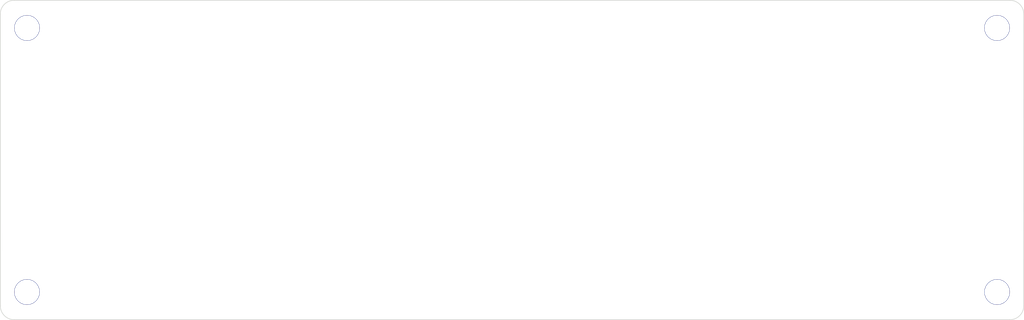
<source format=kicad_pcb>
(kicad_pcb (version 20211014) (generator pcbnew)

  (general
    (thickness 1.6)
  )

  (paper "A4")
  (layers
    (0 "F.Cu" signal)
    (31 "B.Cu" signal)
    (32 "B.Adhes" user "B.Adhesive")
    (33 "F.Adhes" user "F.Adhesive")
    (34 "B.Paste" user)
    (35 "F.Paste" user)
    (36 "B.SilkS" user "B.Silkscreen")
    (37 "F.SilkS" user "F.Silkscreen")
    (38 "B.Mask" user)
    (39 "F.Mask" user)
    (40 "Dwgs.User" user "User.Drawings")
    (41 "Cmts.User" user "User.Comments")
    (42 "Eco1.User" user "User.Eco1")
    (43 "Eco2.User" user "User.Eco2")
    (44 "Edge.Cuts" user)
    (45 "Margin" user)
    (46 "B.CrtYd" user "B.Courtyard")
    (47 "F.CrtYd" user "F.Courtyard")
    (48 "B.Fab" user)
    (49 "F.Fab" user)
    (50 "User.1" user)
    (51 "User.2" user)
    (52 "User.3" user)
    (53 "User.4" user)
    (54 "User.5" user)
    (55 "User.6" user)
    (56 "User.7" user)
    (57 "User.8" user)
    (58 "User.9" user)
  )

  (setup
    (pad_to_mask_clearance 0)
    (pcbplotparams
      (layerselection 0x0001000_7ffffffe)
      (disableapertmacros false)
      (usegerberextensions false)
      (usegerberattributes true)
      (usegerberadvancedattributes true)
      (creategerberjobfile true)
      (svguseinch false)
      (svgprecision 6)
      (excludeedgelayer true)
      (plotframeref false)
      (viasonmask false)
      (mode 1)
      (useauxorigin false)
      (hpglpennumber 1)
      (hpglpenspeed 20)
      (hpglpendiameter 15.000000)
      (dxfpolygonmode true)
      (dxfimperialunits true)
      (dxfusepcbnewfont true)
      (psnegative false)
      (psa4output false)
      (plotreference true)
      (plotvalue true)
      (plotinvisibletext false)
      (sketchpadsonfab false)
      (subtractmaskfromsilk false)
      (outputformat 1)
      (mirror false)
      (drillshape 0)
      (scaleselection 1)
      (outputdirectory "gbr2/")
    )
  )

  (net 0 "")

  (gr_line (start 68.97009 100.02) (end 229.54991 100.02) (layer "Edge.Cuts") (width 0.1) (tstamp 26148404-5661-4df1-9792-92963197d592))
  (gr_arc (start 231.76991 97.8) (mid 231.119687 99.369777) (end 229.54991 100.02) (layer "Edge.Cuts") (width 0.1) (tstamp 26fdd21e-2777-4399-a326-05d851947656))
  (gr_arc (start 229.55991 48.52) (mid 231.129751 49.170249) (end 231.78 50.74009) (layer "Edge.Cuts") (width 0.1) (tstamp 3f3c0760-cbe8-40bf-befa-5ff5c664230b))
  (gr_arc (start 68.97009 100.02) (mid 67.400313 99.369777) (end 66.75009 97.8) (layer "Edge.Cuts") (width 0.1) (tstamp 48bd9ba8-1a39-4ba9-9a43-0e8517bb2773))
  (gr_line (start 68.96009 48.52) (end 229.55991 48.52) (layer "Edge.Cuts") (width 0.1) (tstamp 508c602c-a6f9-4bbe-86df-e49f97a925f6))
  (gr_line (start 231.77991 50.74) (end 231.76991 97.8) (layer "Edge.Cuts") (width 0.1) (tstamp 672f33a6-ee6a-4287-bdd0-eae7519b0052))
  (gr_arc (start 66.74 50.74009) (mid 67.390249 49.170249) (end 68.96009 48.52) (layer "Edge.Cuts") (width 0.1) (tstamp 8719c070-bd87-4d61-a99d-ae54ec16502a))
  (gr_line (start 66.75009 97.8) (end 66.74009 50.74) (layer "Edge.Cuts") (width 0.1) (tstamp 8e8f9402-4d05-4b53-8298-7cdb4d6105a0))

  (segment (start 227.47 95.55009) (end 227.48 95.56009) (width 0.25) (layer "F.Cu") (net 0) (tstamp dfd45f96-09d1-4dd4-88dc-5b994a2c033a))
  (via (at 71.04 95.56009) (size 4.1) (drill 4) (layers "F.Cu" "B.Cu") (free) (net 0) (tstamp 1e1db16a-d136-4a29-9351-73b1de903dcc))
  (via (at 227.48 95.56009) (size 4.1) (drill 4) (layers "F.Cu" "B.Cu") (free) (net 0) (tstamp 316cbc0f-7357-4930-ac78-496c887679bf))
  (via (at 227.47 52.98) (size 4.1) (drill 4) (layers "F.Cu" "B.Cu") (free) (net 0) (tstamp a2024f10-8609-415d-9b72-96b57b9af8f0))
  (via (at 71.05 52.98) (size 4.1) (drill 4) (layers "F.Cu" "B.Cu") (free) (net 0) (tstamp ada6e014-a254-49ef-9a26-5de0d3a19455))
  (segment (start 71.05 95.55009) (end 71.04 95.56009) (width 0.25) (layer "B.Cu") (net 0) (tstamp f66fd8fd-73a1-424d-ae1c-326d7ce32530))

)

</source>
